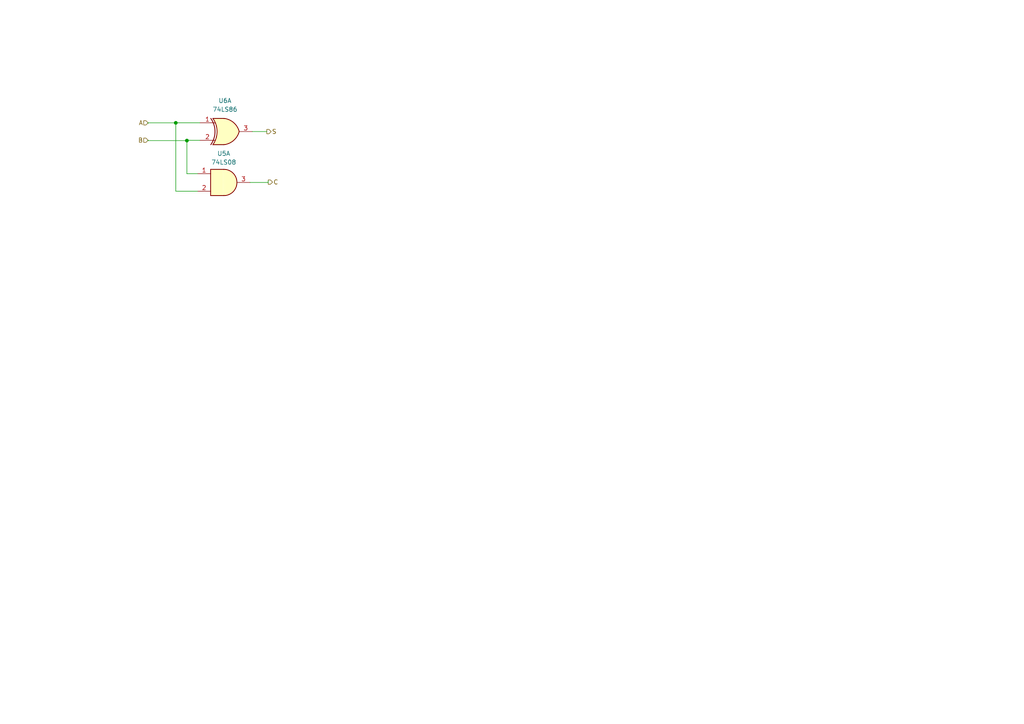
<source format=kicad_sch>
(kicad_sch (version 20231120) (generator "eeschema") (generator_version "8.0")
  (paper "A4")
  (lib_symbols
    (symbol "74xx:74LS08" (pin_names (offset 1.016))
      (property "Reference" "U" (at 0 1.27 0))
      (property "Value" "74LS08" (at 0 -1.27 0))
      (symbol "74LS08_1_1"
        (arc (start 0 -3.81) (mid 3.7934 0) (end 0 3.81) (stroke (width 0.254)) (fill (type background)))
        (polyline (pts (xy 0 3.81) (xy -3.81 3.81) (xy -3.81 -3.81) (xy 0 -3.81)) (stroke (width 0.254)) (fill (type background)))
        (pin input line (at -7.62 2.54 0) (length 3.81) (name "~") (number "1"))
        (pin input line (at -7.62 -2.54 0) (length 3.81) (name "~") (number "2"))
        (pin output line (at 7.62 0 180) (length 3.81) (name "~") (number "3"))
      )
      (symbol "74LS08_1_2"
        (arc (start -3.81 -3.81) (mid -2.589 0) (end -3.81 3.81) (stroke (width 0.254)))
        (arc (start -0.6096 -3.81) (mid 2.1842 -2.5851) (end 3.81 0) (stroke (width 0.254)) (fill (type background)))
        (polyline (pts (xy -3.81 -3.81) (xy -0.635 -3.81)) (stroke (width 0.254)) (fill (type background)))
        (polyline (pts (xy -3.81 3.81) (xy -0.635 3.81)) (stroke (width 0.254)) (fill (type background)))
        (polyline (pts (xy -0.635 3.81) (xy -3.81 3.81) (xy -3.81 3.81) (xy -3.556 3.4036) (xy -3.0226 2.2606) (xy -2.6924 1.0414) (xy -2.6162 -0.254) (xy -2.7686 -1.4986) (xy -3.175 -2.7178) (xy -3.81 -3.81) (xy -3.81 -3.81) (xy -0.635 -3.81)) (stroke (width -25.4)) (fill (type background)))
        (arc (start 3.81 0) (mid 2.1915 2.5936) (end -0.6096 3.81) (stroke (width 0.254)) (fill (type background)))
        (pin input inverted (at -7.62 2.54 0) (length 4.318) (name "~") (number "1"))
        (pin input inverted (at -7.62 -2.54 0) (length 4.318) (name "~") (number "2"))
        (pin output inverted (at 7.62 0 180) (length 3.81) (name "~") (number "3"))
      )
      (symbol "74LS08_2_1"
        (arc (start 0 -3.81) (mid 3.7934 0) (end 0 3.81) (stroke (width 0.254)) (fill (type background)))
        (polyline (pts (xy 0 3.81) (xy -3.81 3.81) (xy -3.81 -3.81) (xy 0 -3.81)) (stroke (width 0.254)) (fill (type background)))
        (pin input line (at -7.62 2.54 0) (length 3.81) (name "~") (number "4"))
        (pin input line (at -7.62 -2.54 0) (length 3.81) (name "~") (number "5"))
        (pin output line (at 7.62 0 180) (length 3.81) (name "~") (number "6"))
      )
      (symbol "74LS08_2_2"
        (arc (start -3.81 -3.81) (mid -2.589 0) (end -3.81 3.81) (stroke (width 0.254)))
        (arc (start -0.6096 -3.81) (mid 2.1842 -2.5851) (end 3.81 0) (stroke (width 0.254)) (fill (type background)))
        (polyline (pts (xy -3.81 -3.81) (xy -0.635 -3.81)) (stroke (width 0.254)) (fill (type background)))
        (polyline (pts (xy -3.81 3.81) (xy -0.635 3.81)) (stroke (width 0.254)) (fill (type background)))
        (polyline (pts (xy -0.635 3.81) (xy -3.81 3.81) (xy -3.81 3.81) (xy -3.556 3.4036) (xy -3.0226 2.2606) (xy -2.6924 1.0414) (xy -2.6162 -0.254) (xy -2.7686 -1.4986) (xy -3.175 -2.7178) (xy -3.81 -3.81) (xy -3.81 -3.81) (xy -0.635 -3.81)) (stroke (width -25.4)) (fill (type background)))
        (arc (start 3.81 0) (mid 2.1915 2.5936) (end -0.6096 3.81) (stroke (width 0.254)) (fill (type background)))
        (pin input inverted (at -7.62 2.54 0) (length 4.318) (name "~") (number "4"))
        (pin input inverted (at -7.62 -2.54 0) (length 4.318) (name "~") (number "5"))
        (pin output inverted (at 7.62 0 180) (length 3.81) (name "~") (number "6"))
      )
      (symbol "74LS08_3_1"
        (arc (start 0 -3.81) (mid 3.7934 0) (end 0 3.81) (stroke (width 0.254)) (fill (type background)))
        (polyline (pts (xy 0 3.81) (xy -3.81 3.81) (xy -3.81 -3.81) (xy 0 -3.81)) (stroke (width 0.254)) (fill (type background)))
        (pin input line (at -7.62 -2.54 0) (length 3.81) (name "~") (number "10"))
        (pin output line (at 7.62 0 180) (length 3.81) (name "~") (number "8"))
        (pin input line (at -7.62 2.54 0) (length 3.81) (name "~") (number "9"))
      )
      (symbol "74LS08_3_2"
        (arc (start -3.81 -3.81) (mid -2.589 0) (end -3.81 3.81) (stroke (width 0.254)))
        (arc (start -0.6096 -3.81) (mid 2.1842 -2.5851) (end 3.81 0) (stroke (width 0.254)) (fill (type background)))
        (polyline (pts (xy -3.81 -3.81) (xy -0.635 -3.81)) (stroke (width 0.254)) (fill (type background)))
        (polyline (pts (xy -3.81 3.81) (xy -0.635 3.81)) (stroke (width 0.254)) (fill (type background)))
        (polyline (pts (xy -0.635 3.81) (xy -3.81 3.81) (xy -3.81 3.81) (xy -3.556 3.4036) (xy -3.0226 2.2606) (xy -2.6924 1.0414) (xy -2.6162 -0.254) (xy -2.7686 -1.4986) (xy -3.175 -2.7178) (xy -3.81 -3.81) (xy -3.81 -3.81) (xy -0.635 -3.81)) (stroke (width -25.4)) (fill (type background)))
        (arc (start 3.81 0) (mid 2.1915 2.5936) (end -0.6096 3.81) (stroke (width 0.254)) (fill (type background)))
        (pin input inverted (at -7.62 -2.54 0) (length 4.318) (name "~") (number "10"))
        (pin output inverted (at 7.62 0 180) (length 3.81) (name "~") (number "8"))
        (pin input inverted (at -7.62 2.54 0) (length 4.318) (name "~") (number "9"))
      )
      (symbol "74LS08_4_1"
        (arc (start 0 -3.81) (mid 3.7934 0) (end 0 3.81) (stroke (width 0.254)) (fill (type background)))
        (polyline (pts (xy 0 3.81) (xy -3.81 3.81) (xy -3.81 -3.81) (xy 0 -3.81)) (stroke (width 0.254)) (fill (type background)))
        (pin output line (at 7.62 0 180) (length 3.81) (name "~") (number "11"))
        (pin input line (at -7.62 2.54 0) (length 3.81) (name "~") (number "12"))
        (pin input line (at -7.62 -2.54 0) (length 3.81) (name "~") (number "13"))
      )
      (symbol "74LS08_4_2"
        (arc (start -3.81 -3.81) (mid -2.589 0) (end -3.81 3.81) (stroke (width 0.254)))
        (arc (start -0.6096 -3.81) (mid 2.1842 -2.5851) (end 3.81 0) (stroke (width 0.254)) (fill (type background)))
        (polyline (pts (xy -3.81 -3.81) (xy -0.635 -3.81)) (stroke (width 0.254)) (fill (type background)))
        (polyline (pts (xy -3.81 3.81) (xy -0.635 3.81)) (stroke (width 0.254)) (fill (type background)))
        (polyline (pts (xy -0.635 3.81) (xy -3.81 3.81) (xy -3.81 3.81) (xy -3.556 3.4036) (xy -3.0226 2.2606) (xy -2.6924 1.0414) (xy -2.6162 -0.254) (xy -2.7686 -1.4986) (xy -3.175 -2.7178) (xy -3.81 -3.81) (xy -3.81 -3.81) (xy -0.635 -3.81)) (stroke (width -25.4)) (fill (type background)))
        (arc (start 3.81 0) (mid 2.1915 2.5936) (end -0.6096 3.81) (stroke (width 0.254)) (fill (type background)))
        (pin output inverted (at 7.62 0 180) (length 3.81) (name "~") (number "11"))
        (pin input inverted (at -7.62 2.54 0) (length 4.318) (name "~") (number "12"))
        (pin input inverted (at -7.62 -2.54 0) (length 4.318) (name "~") (number "13"))
      )
      (symbol "74LS08_5_0"
        (pin power_in line (at 0 12.7 270) (length 5.08) (name "VCC") (number "14"))
        (pin power_in line (at 0 -12.7 90) (length 5.08) (name "GND") (number "7"))
      )
      (symbol "74LS08_5_1"
        (rectangle (start -5.08 7.62) (end 5.08 -7.62) (stroke (width 0.254)) (fill (type background)))
      )
    )
    (symbol "74xx:74LS86" (pin_names (offset 1.016))
      (property "Reference" "U" (at 0 1.27 0))
      (property "Value" "74LS86" (at 0 -1.27 0))
      (symbol "74LS86_1_0"
        (arc (start -4.4196 -3.81) (mid -3.2033 0) (end -4.4196 3.81) (stroke (width 0.254)))
        (arc (start -3.81 -3.81) (mid -2.589 0) (end -3.81 3.81) (stroke (width 0.254)))
        (arc (start -0.6096 -3.81) (mid 2.1842 -2.5851) (end 3.81 0) (stroke (width 0.254)) (fill (type background)))
        (polyline (pts (xy -3.81 -3.81) (xy -0.635 -3.81)) (stroke (width 0.254)) (fill (type background)))
        (polyline (pts (xy -3.81 3.81) (xy -0.635 3.81)) (stroke (width 0.254)) (fill (type background)))
        (polyline (pts (xy -0.635 3.81) (xy -3.81 3.81) (xy -3.81 3.81) (xy -3.556 3.4036) (xy -3.0226 2.2606) (xy -2.6924 1.0414) (xy -2.6162 -0.254) (xy -2.7686 -1.4986) (xy -3.175 -2.7178) (xy -3.81 -3.81) (xy -3.81 -3.81) (xy -0.635 -3.81)) (stroke (width -25.4)) (fill (type background)))
        (arc (start 3.81 0) (mid 2.1915 2.5936) (end -0.6096 3.81) (stroke (width 0.254)) (fill (type background)))
        (pin input line (at -7.62 2.54 0) (length 4.445) (name "~") (number "1"))
        (pin input line (at -7.62 -2.54 0) (length 4.445) (name "~") (number "2"))
        (pin output line (at 7.62 0 180) (length 3.81) (name "~") (number "3"))
      )
      (symbol "74LS86_1_1"
        (polyline (pts (xy -3.81 -2.54) (xy -3.175 -2.54)) (stroke (width 0.1524)))
        (polyline (pts (xy -3.81 2.54) (xy -3.175 2.54)) (stroke (width 0.1524)))
      )
      (symbol "74LS86_2_0"
        (arc (start -4.4196 -3.81) (mid -3.2033 0) (end -4.4196 3.81) (stroke (width 0.254)))
        (arc (start -3.81 -3.81) (mid -2.589 0) (end -3.81 3.81) (stroke (width 0.254)))
        (arc (start -0.6096 -3.81) (mid 2.1842 -2.5851) (end 3.81 0) (stroke (width 0.254)) (fill (type background)))
        (polyline (pts (xy -3.81 -3.81) (xy -0.635 -3.81)) (stroke (width 0.254)) (fill (type background)))
        (polyline (pts (xy -3.81 3.81) (xy -0.635 3.81)) (stroke (width 0.254)) (fill (type background)))
        (polyline (pts (xy -0.635 3.81) (xy -3.81 3.81) (xy -3.81 3.81) (xy -3.556 3.4036) (xy -3.0226 2.2606) (xy -2.6924 1.0414) (xy -2.6162 -0.254) (xy -2.7686 -1.4986) (xy -3.175 -2.7178) (xy -3.81 -3.81) (xy -3.81 -3.81) (xy -0.635 -3.81)) (stroke (width -25.4)) (fill (type background)))
        (arc (start 3.81 0) (mid 2.1915 2.5936) (end -0.6096 3.81) (stroke (width 0.254)) (fill (type background)))
        (pin input line (at -7.62 2.54 0) (length 4.445) (name "~") (number "4"))
        (pin input line (at -7.62 -2.54 0) (length 4.445) (name "~") (number "5"))
        (pin output line (at 7.62 0 180) (length 3.81) (name "~") (number "6"))
      )
      (symbol "74LS86_2_1"
        (polyline (pts (xy -3.81 -2.54) (xy -3.175 -2.54)) (stroke (width 0.1524)))
        (polyline (pts (xy -3.81 2.54) (xy -3.175 2.54)) (stroke (width 0.1524)))
      )
      (symbol "74LS86_3_0"
        (arc (start -4.4196 -3.81) (mid -3.2033 0) (end -4.4196 3.81) (stroke (width 0.254)))
        (arc (start -3.81 -3.81) (mid -2.589 0) (end -3.81 3.81) (stroke (width 0.254)))
        (arc (start -0.6096 -3.81) (mid 2.1842 -2.5851) (end 3.81 0) (stroke (width 0.254)) (fill (type background)))
        (polyline (pts (xy -3.81 -3.81) (xy -0.635 -3.81)) (stroke (width 0.254)) (fill (type background)))
        (polyline (pts (xy -3.81 3.81) (xy -0.635 3.81)) (stroke (width 0.254)) (fill (type background)))
        (polyline (pts (xy -0.635 3.81) (xy -3.81 3.81) (xy -3.81 3.81) (xy -3.556 3.4036) (xy -3.0226 2.2606) (xy -2.6924 1.0414) (xy -2.6162 -0.254) (xy -2.7686 -1.4986) (xy -3.175 -2.7178) (xy -3.81 -3.81) (xy -3.81 -3.81) (xy -0.635 -3.81)) (stroke (width -25.4)) (fill (type background)))
        (arc (start 3.81 0) (mid 2.1915 2.5936) (end -0.6096 3.81) (stroke (width 0.254)) (fill (type background)))
        (pin input line (at -7.62 -2.54 0) (length 4.445) (name "~") (number "10"))
        (pin output line (at 7.62 0 180) (length 3.81) (name "~") (number "8"))
        (pin input line (at -7.62 2.54 0) (length 4.445) (name "~") (number "9"))
      )
      (symbol "74LS86_3_1"
        (polyline (pts (xy -3.81 -2.54) (xy -3.175 -2.54)) (stroke (width 0.1524)))
        (polyline (pts (xy -3.81 2.54) (xy -3.175 2.54)) (stroke (width 0.1524)))
      )
      (symbol "74LS86_4_0"
        (arc (start -4.4196 -3.81) (mid -3.2033 0) (end -4.4196 3.81) (stroke (width 0.254)))
        (arc (start -3.81 -3.81) (mid -2.589 0) (end -3.81 3.81) (stroke (width 0.254)))
        (arc (start -0.6096 -3.81) (mid 2.1842 -2.5851) (end 3.81 0) (stroke (width 0.254)) (fill (type background)))
        (polyline (pts (xy -3.81 -3.81) (xy -0.635 -3.81)) (stroke (width 0.254)) (fill (type background)))
        (polyline (pts (xy -3.81 3.81) (xy -0.635 3.81)) (stroke (width 0.254)) (fill (type background)))
        (polyline (pts (xy -0.635 3.81) (xy -3.81 3.81) (xy -3.81 3.81) (xy -3.556 3.4036) (xy -3.0226 2.2606) (xy -2.6924 1.0414) (xy -2.6162 -0.254) (xy -2.7686 -1.4986) (xy -3.175 -2.7178) (xy -3.81 -3.81) (xy -3.81 -3.81) (xy -0.635 -3.81)) (stroke (width -25.4)) (fill (type background)))
        (arc (start 3.81 0) (mid 2.1915 2.5936) (end -0.6096 3.81) (stroke (width 0.254)) (fill (type background)))
        (pin output line (at 7.62 0 180) (length 3.81) (name "~") (number "11"))
        (pin input line (at -7.62 2.54 0) (length 4.445) (name "~") (number "12"))
        (pin input line (at -7.62 -2.54 0) (length 4.445) (name "~") (number "13"))
      )
      (symbol "74LS86_4_1"
        (polyline (pts (xy -3.81 -2.54) (xy -3.175 -2.54)) (stroke (width 0.1524)))
        (polyline (pts (xy -3.81 2.54) (xy -3.175 2.54)) (stroke (width 0.1524)))
      )
      (symbol "74LS86_5_0"
        (pin power_in line (at 0 12.7 270) (length 5.08) (name "VCC") (number "14"))
        (pin power_in line (at 0 -12.7 90) (length 5.08) (name "GND") (number "7"))
      )
      (symbol "74LS86_5_1"
        (rectangle (start -5.08 7.62) (end 5.08 -7.62) (stroke (width 0.254)) (fill (type background)))
      )
    )
  )
  (junction (at 54.2072 40.7755))
  (junction (at 50.986 35.6318))
  (wire (pts (xy 77.7947 52.4564) (xy 77.7947 52.924)))
  (wire (pts (xy 50.986 35.6145) (xy 50.986 35.6318)))
  (wire (pts (xy 73.1816 38.1545) (xy 77.379 38.1545)))
  (wire (pts (xy 42.956 40.6774) (xy 42.956 40.7755)))
  (wire (pts (xy 77.379 38.1545) (xy 77.379 38.1688)))
  (wire (pts (xy 50.986 35.6318) (xy 42.956 35.6318)))
  (wire (pts (xy 54.2072 40.6945) (xy 54.2072 40.7755)))
  (wire (pts (xy 42.956 35.6318) (xy 42.956 35.7791)))
  (wire (pts (xy 57.9416 40.6945) (xy 54.2072 40.6945)))
  (wire (pts (xy 72.5299 52.924) (xy 77.7947 52.924)))
  (wire (pts (xy 57.9416 35.6145) (xy 50.986 35.6145)))
  (wire (pts (xy 54.2072 50.384) (xy 54.2072 40.7755)))
  (wire (pts (xy 57.2899 55.464) (xy 50.986 55.464)))
  (wire (pts (xy 54.2072 40.7755) (xy 42.956 40.7755)))
  (wire (pts (xy 50.986 35.6318) (xy 50.986 55.464)))
  (wire (pts (xy 57.2899 50.384) (xy 54.2072 50.384)))
  (hierarchical_label "B" (shape input) (at 42.956 40.6774 180))
  (hierarchical_label "A" (shape input) (at 42.956 35.6318 180))
  (hierarchical_label "S" (shape output) (at 77.379 38.1688 0))
  (hierarchical_label "C" (shape output) (at 77.7947 52.8201 0))
  (symbol (lib_id "74xx:74LS08") (at 64.9099 52.924 0) (unit 1)
    (property "Reference" "U3" (at 64.9016 44.5265 0))
    (property "Value" "74LS08" (at 64.9016 47.0665 0))
    (property "Datasheet" "http://www.ti.com/lit/gpn/sn74LS08" (effects (hide yes)))
    (property "Description" "Quad And2" (effects (hide yes)))
    (instances (project "4bitsFullAdder" (path "" (reference "U5") (unit 1)) (path "" (reference "U3") (unit 1)) (path "" (reference "U7") (unit 1)) (path "" (reference "U9") (unit 1)) (path "" (reference "U17") (unit 1)) (path "" (reference "U19") (unit 1)) (path "" (reference "U12") (unit 1)) (path "" (reference "U14") (unit 1))))
  )
  (symbol (lib_id "74xx:74LS86") (at 65.5616 38.1545 0) (unit 1)
    (property "Reference" "U4" (at 65.2568 29.1991 0))
    (property "Value" "74LS86" (at 65.2568 31.7391 0))
    (property "Datasheet" "74xx/74ls86.pdf" (effects (hide yes)))
    (property "Description" "Quad 2-input XOR" (effects (hide yes)))
    (instances (project "4bitsFullAdder" (path "" (reference "U6") (unit 1)) (path "" (reference "U4") (unit 1)) (path "" (reference "U8") (unit 1)) (path "" (reference "U10") (unit 1)) (path "" (reference "U18") (unit 1)) (path "" (reference "U20") (unit 1)) (path "" (reference "U13") (unit 1)) (path "" (reference "U15") (unit 1))))
  )
)
</source>
